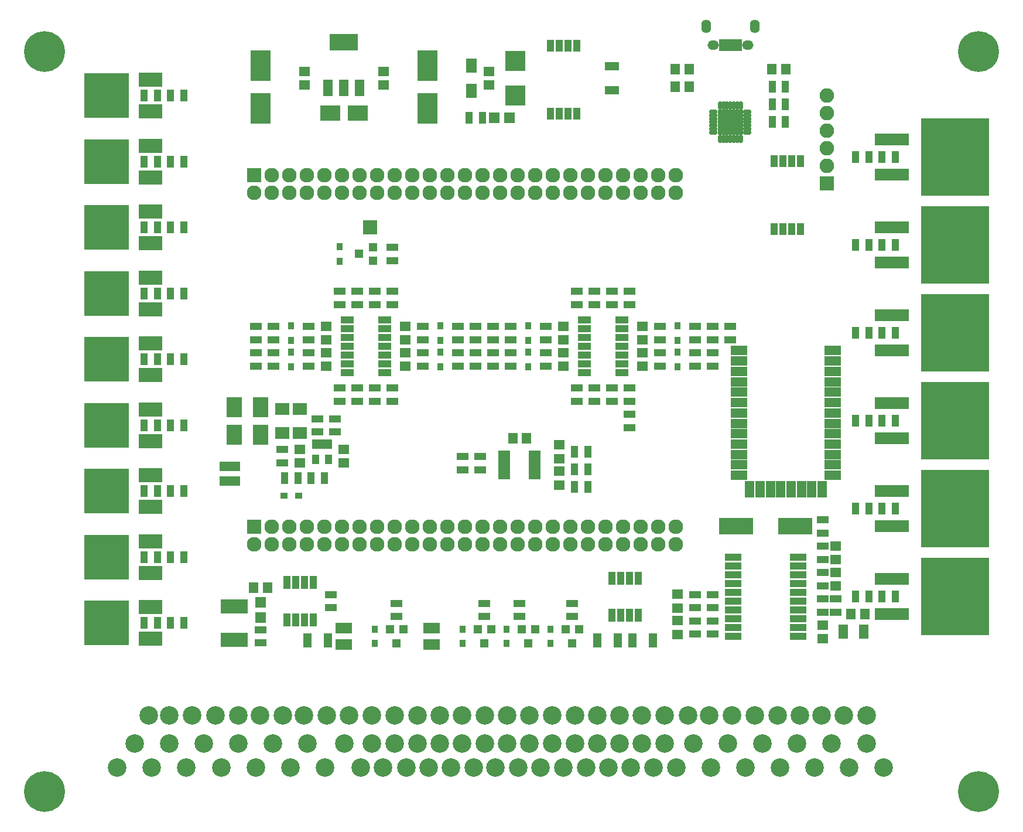
<source format=gbr>
G04 #@! TF.FileFunction,Soldermask,Top*
%FSLAX46Y46*%
G04 Gerber Fmt 4.6, Leading zero omitted, Abs format (unit mm)*
G04 Created by KiCad (PCBNEW 4.0.4-stable) date 05/15/17 18:30:56*
%MOMM*%
%LPD*%
G01*
G04 APERTURE LIST*
%ADD10C,0.100000*%
%ADD11R,3.448000X2.051000*%
%ADD12R,6.496000X6.496000*%
%ADD13C,5.900000*%
%ADD14R,1.400000X1.650000*%
%ADD15R,1.650000X1.400000*%
%ADD16R,2.900000X4.400000*%
%ADD17R,2.900000X2.950000*%
%ADD18R,1.400000X2.000000*%
%ADD19R,0.850000X1.000000*%
%ADD20R,1.600000X1.600000*%
%ADD21R,2.200000X2.900000*%
%ADD22R,2.100000X1.700000*%
%ADD23R,2.900000X2.200000*%
%ADD24R,1.900000X1.000000*%
%ADD25O,0.700000X1.250000*%
%ADD26O,1.250000X0.700000*%
%ADD27R,2.075000X2.075000*%
%ADD28R,1.050000X1.460000*%
%ADD29R,2.400000X1.400000*%
%ADD30R,1.400000X2.400000*%
%ADD31R,2.350000X1.000000*%
%ADD32R,1.000000X1.950000*%
%ADD33R,1.598880X2.000200*%
%ADD34R,1.200000X1.300000*%
%ADD35R,1.300000X1.200000*%
%ADD36R,1.700000X1.100000*%
%ADD37R,1.100000X1.700000*%
%ADD38R,1.300000X2.100000*%
%ADD39R,2.100000X1.300000*%
%ADD40R,4.057600X2.432000*%
%ADD41R,1.416000X2.432000*%
%ADD42R,0.800000X1.750000*%
%ADD43O,1.650000X1.350000*%
%ADD44O,1.400000X1.950000*%
%ADD45R,2.127200X2.127200*%
%ADD46O,2.127200X2.127200*%
%ADD47C,2.686000*%
%ADD48R,4.900000X2.400000*%
%ADD49R,2.429460X1.540460*%
%ADD50R,1.090000X1.750000*%
%ADD51R,3.900000X2.000000*%
%ADD52R,1.800000X0.700000*%
%ADD53R,2.100000X2.100000*%
%ADD54R,9.800000X11.200000*%
%ADD55R,5.000000X1.790000*%
%ADD56C,1.206000*%
%ADD57O,2.100000X2.100000*%
%ADD58R,1.000000X0.850000*%
G04 APERTURE END LIST*
D10*
D11*
X20320000Y-70866000D03*
D12*
X13970000Y-68580000D03*
D11*
X20320000Y-66294000D03*
D13*
X140000000Y-112000000D03*
X5000000Y-112000000D03*
X140000000Y-5000000D03*
X5000000Y-5000000D03*
D14*
X112125000Y-7620000D03*
X110125000Y-7620000D03*
D15*
X45720000Y-46720000D03*
X45720000Y-44720000D03*
X80010000Y-46720000D03*
X80010000Y-44720000D03*
D14*
X98155000Y-7620000D03*
X96155000Y-7620000D03*
X35195000Y-82550000D03*
X37195000Y-82550000D03*
X98155000Y-10160000D03*
X96155000Y-10160000D03*
D16*
X36195000Y-13210000D03*
X36195000Y-7110000D03*
D15*
X42545000Y-9890000D03*
X42545000Y-7890000D03*
X53975000Y-9890000D03*
X53975000Y-7890000D03*
X45720000Y-48530000D03*
X45720000Y-50530000D03*
X80010000Y-48530000D03*
X80010000Y-50530000D03*
D16*
X60325000Y-13210000D03*
X60325000Y-7110000D03*
D15*
X69215000Y-7890000D03*
X69215000Y-9890000D03*
D17*
X73025000Y-6365000D03*
X73025000Y-11415000D03*
D15*
X57150000Y-48530000D03*
X57150000Y-50530000D03*
X91440000Y-48530000D03*
X91440000Y-50530000D03*
X57150000Y-46720000D03*
X57150000Y-44720000D03*
X91440000Y-46720000D03*
X91440000Y-44720000D03*
D18*
X120420000Y-88900000D03*
X123420000Y-88900000D03*
D15*
X117475000Y-89900000D03*
X117475000Y-87900000D03*
D14*
X121555000Y-86360000D03*
X123555000Y-86360000D03*
D15*
X119380000Y-78470000D03*
X119380000Y-76470000D03*
X119380000Y-82280000D03*
X119380000Y-80280000D03*
X96520000Y-87265000D03*
X96520000Y-89265000D03*
X96520000Y-85455000D03*
X96520000Y-83455000D03*
D19*
X40640000Y-46770000D03*
X40640000Y-44670000D03*
X74930000Y-46770000D03*
X74930000Y-44670000D03*
D20*
X36195000Y-86825000D03*
X36195000Y-84625000D03*
D21*
X36195000Y-60420000D03*
X36195000Y-56420000D03*
D22*
X39370000Y-60170000D03*
X39370000Y-56670000D03*
D21*
X32385000Y-56420000D03*
X32385000Y-60420000D03*
D22*
X41910000Y-56670000D03*
X41910000Y-60170000D03*
D23*
X46260000Y-13970000D03*
X50260000Y-13970000D03*
D19*
X40640000Y-48480000D03*
X40640000Y-50580000D03*
X74930000Y-48480000D03*
X74930000Y-50580000D03*
D20*
X70020000Y-14605000D03*
X72220000Y-14605000D03*
D19*
X62230000Y-48480000D03*
X62230000Y-50580000D03*
X96520000Y-48480000D03*
X96520000Y-50580000D03*
X52705000Y-88485000D03*
X52705000Y-90585000D03*
X78105000Y-88485000D03*
X78105000Y-90585000D03*
X47625000Y-35340000D03*
X47625000Y-33240000D03*
X62230000Y-46770000D03*
X62230000Y-44670000D03*
X96520000Y-46770000D03*
X96520000Y-44670000D03*
X65405000Y-88485000D03*
X65405000Y-90585000D03*
D24*
X48735000Y-43815000D03*
X48735000Y-45085000D03*
X48735000Y-46355000D03*
X48735000Y-47625000D03*
X48735000Y-48895000D03*
X48735000Y-50165000D03*
X48735000Y-51435000D03*
X54135000Y-51435000D03*
X54135000Y-50165000D03*
X54135000Y-48895000D03*
X54135000Y-47625000D03*
X54135000Y-46355000D03*
X54135000Y-45085000D03*
X54135000Y-43815000D03*
D25*
X105640000Y-12790000D03*
X105140000Y-12790000D03*
X104640000Y-12790000D03*
X104140000Y-12790000D03*
X103640000Y-12790000D03*
X103140000Y-12790000D03*
X102640000Y-12790000D03*
D26*
X101690000Y-13740000D03*
X101690000Y-14240000D03*
X101690000Y-14740000D03*
X101690000Y-15240000D03*
X101690000Y-15740000D03*
X101690000Y-16240000D03*
X101690000Y-16740000D03*
D25*
X102640000Y-17690000D03*
X103140000Y-17690000D03*
X103640000Y-17690000D03*
X104140000Y-17690000D03*
X104640000Y-17690000D03*
X105140000Y-17690000D03*
X105640000Y-17690000D03*
D26*
X106590000Y-16740000D03*
X106590000Y-16240000D03*
X106590000Y-15740000D03*
X106590000Y-15240000D03*
X106590000Y-14740000D03*
X106590000Y-14240000D03*
X106590000Y-13740000D03*
D27*
X103302500Y-16077500D03*
X104977500Y-16077500D03*
X103302500Y-14402500D03*
X104977500Y-14402500D03*
D28*
X32700000Y-64940000D03*
X31750000Y-64940000D03*
X30800000Y-64940000D03*
X30800000Y-67140000D03*
X32700000Y-67140000D03*
X31750000Y-67140000D03*
D29*
X105410000Y-48260000D03*
X105410000Y-49760000D03*
X105410000Y-51260000D03*
X105410000Y-52760000D03*
X105410000Y-54260000D03*
X105410000Y-55760000D03*
X105410000Y-57260000D03*
X105410000Y-58760000D03*
X105410000Y-60260000D03*
X105410000Y-61760000D03*
X105410000Y-63260000D03*
X105410000Y-64760000D03*
X105410000Y-66260000D03*
D30*
X106910000Y-68260000D03*
X108410000Y-68260000D03*
X109910000Y-68260000D03*
X111410000Y-68260000D03*
X112910000Y-68260000D03*
X114410000Y-68260000D03*
X115910000Y-68260000D03*
X117410000Y-68260000D03*
D29*
X118910000Y-66260000D03*
X118910000Y-64760000D03*
X118910000Y-63260000D03*
X118910000Y-61760000D03*
X118910000Y-60260000D03*
X118910000Y-58760000D03*
X118910000Y-57260000D03*
X118910000Y-55760000D03*
X118910000Y-54260000D03*
X118910000Y-52760000D03*
X118910000Y-51260000D03*
X118910000Y-49760000D03*
X118910000Y-48260000D03*
D24*
X83025000Y-43815000D03*
X83025000Y-45085000D03*
X83025000Y-46355000D03*
X83025000Y-47625000D03*
X83025000Y-48895000D03*
X83025000Y-50165000D03*
X83025000Y-51435000D03*
X88425000Y-51435000D03*
X88425000Y-50165000D03*
X88425000Y-48895000D03*
X88425000Y-47625000D03*
X88425000Y-46355000D03*
X88425000Y-45085000D03*
X88425000Y-43815000D03*
D31*
X113920000Y-89535000D03*
X113920000Y-88265000D03*
X113920000Y-86995000D03*
X113920000Y-85725000D03*
X113920000Y-84455000D03*
X113920000Y-83185000D03*
X113920000Y-81915000D03*
X113920000Y-80645000D03*
X113920000Y-79375000D03*
X113920000Y-78105000D03*
X104520000Y-78105000D03*
X104520000Y-79375000D03*
X104520000Y-80645000D03*
X104520000Y-81915000D03*
X104520000Y-83185000D03*
X104520000Y-84455000D03*
X104520000Y-85725000D03*
X104520000Y-86995000D03*
X104520000Y-88265000D03*
X104520000Y-89535000D03*
D32*
X43815000Y-81755000D03*
X42545000Y-81755000D03*
X41275000Y-81755000D03*
X40005000Y-81755000D03*
X40005000Y-87155000D03*
X41275000Y-87155000D03*
X42545000Y-87155000D03*
X43815000Y-87155000D03*
X90805000Y-81120000D03*
X89535000Y-81120000D03*
X88265000Y-81120000D03*
X86995000Y-81120000D03*
X86995000Y-86520000D03*
X88265000Y-86520000D03*
X89535000Y-86520000D03*
X90805000Y-86520000D03*
D33*
X66675000Y-10690860D03*
X66675000Y-7089140D03*
D11*
X20320000Y-61341000D03*
D12*
X13970000Y-59055000D03*
D11*
X20320000Y-56769000D03*
X20320000Y-51816000D03*
D12*
X13970000Y-49530000D03*
D11*
X20320000Y-47244000D03*
X20320000Y-42291000D03*
D12*
X13970000Y-40005000D03*
D11*
X20320000Y-37719000D03*
X20320000Y-32766000D03*
D12*
X13970000Y-30480000D03*
D11*
X20320000Y-28194000D03*
X20320000Y-23241000D03*
D12*
X13970000Y-20955000D03*
D11*
X20320000Y-18669000D03*
X20320000Y-13716000D03*
D12*
X13970000Y-11430000D03*
D11*
X20320000Y-9144000D03*
X20320000Y-80391000D03*
D12*
X13970000Y-78105000D03*
D11*
X20320000Y-75819000D03*
D34*
X56830000Y-88535000D03*
X54930000Y-88535000D03*
X55880000Y-90535000D03*
X82230000Y-88535000D03*
X80330000Y-88535000D03*
X81280000Y-90535000D03*
D35*
X52435000Y-35240000D03*
X52435000Y-33340000D03*
X50435000Y-34290000D03*
D34*
X69530000Y-88535000D03*
X67630000Y-88535000D03*
X68580000Y-90535000D03*
D36*
X35560000Y-46670000D03*
X35560000Y-44770000D03*
X69850000Y-46670000D03*
X69850000Y-44770000D03*
D37*
X25080000Y-59055000D03*
X23180000Y-59055000D03*
D36*
X38100000Y-44770000D03*
X38100000Y-46670000D03*
X72390000Y-44770000D03*
X72390000Y-46670000D03*
D37*
X112075000Y-10160000D03*
X110175000Y-10160000D03*
D36*
X36195000Y-90485000D03*
X36195000Y-88585000D03*
X43180000Y-44770000D03*
X43180000Y-46670000D03*
X77470000Y-44770000D03*
X77470000Y-46670000D03*
D37*
X25080000Y-49530000D03*
X23180000Y-49530000D03*
X25080000Y-40005000D03*
X23180000Y-40005000D03*
D36*
X50165000Y-41590000D03*
X50165000Y-39690000D03*
X84455000Y-41590000D03*
X84455000Y-39690000D03*
D37*
X25080000Y-30480000D03*
X23180000Y-30480000D03*
D36*
X47625000Y-39690000D03*
X47625000Y-41590000D03*
X81915000Y-39690000D03*
X81915000Y-41590000D03*
X35560000Y-48580000D03*
X35560000Y-50480000D03*
X69850000Y-48580000D03*
X69850000Y-50480000D03*
D37*
X25080000Y-20955000D03*
X23180000Y-20955000D03*
D36*
X38100000Y-50480000D03*
X38100000Y-48580000D03*
X72390000Y-50480000D03*
X72390000Y-48580000D03*
X43180000Y-50480000D03*
X43180000Y-48580000D03*
X77470000Y-50480000D03*
X77470000Y-48580000D03*
D37*
X25080000Y-11430000D03*
X23180000Y-11430000D03*
X110175000Y-12700000D03*
X112075000Y-12700000D03*
X112075000Y-15240000D03*
X110175000Y-15240000D03*
X68260000Y-14605000D03*
X66360000Y-14605000D03*
X122240000Y-83820000D03*
X124140000Y-83820000D03*
X126050000Y-83820000D03*
X127950000Y-83820000D03*
X25080000Y-78105000D03*
X23180000Y-78105000D03*
D36*
X50165000Y-53660000D03*
X50165000Y-55560000D03*
X84455000Y-53660000D03*
X84455000Y-55560000D03*
X47625000Y-55560000D03*
X47625000Y-53660000D03*
X81915000Y-55560000D03*
X81915000Y-53660000D03*
D37*
X122240000Y-71120000D03*
X124140000Y-71120000D03*
X126050000Y-71120000D03*
X127950000Y-71120000D03*
X25080000Y-68580000D03*
X23180000Y-68580000D03*
D36*
X67310000Y-48580000D03*
X67310000Y-50480000D03*
X101600000Y-48580000D03*
X101600000Y-50480000D03*
X64770000Y-50480000D03*
X64770000Y-48580000D03*
X99060000Y-50480000D03*
X99060000Y-48580000D03*
D37*
X122240000Y-58420000D03*
X124140000Y-58420000D03*
X126050000Y-58420000D03*
X127950000Y-58420000D03*
D36*
X59690000Y-50480000D03*
X59690000Y-48580000D03*
X93980000Y-50480000D03*
X93980000Y-48580000D03*
X55880000Y-86675000D03*
X55880000Y-84775000D03*
D37*
X122240000Y-45720000D03*
X124140000Y-45720000D03*
X126050000Y-45720000D03*
X127950000Y-45720000D03*
D36*
X81280000Y-86675000D03*
X81280000Y-84775000D03*
D37*
X122240000Y-33020000D03*
X124140000Y-33020000D03*
X126050000Y-33020000D03*
X127950000Y-33020000D03*
D36*
X52705000Y-53660000D03*
X52705000Y-55560000D03*
X86995000Y-53660000D03*
X86995000Y-55560000D03*
X55245000Y-35240000D03*
X55245000Y-33340000D03*
D37*
X122240000Y-20320000D03*
X124140000Y-20320000D03*
X126050000Y-20320000D03*
X127950000Y-20320000D03*
D36*
X55245000Y-55560000D03*
X55245000Y-53660000D03*
X89535000Y-55560000D03*
X89535000Y-53660000D03*
X67310000Y-46670000D03*
X67310000Y-44770000D03*
X104140000Y-44770000D03*
X104140000Y-46670000D03*
X101600000Y-46670000D03*
X101600000Y-44770000D03*
X64770000Y-44770000D03*
X64770000Y-46670000D03*
X99060000Y-44770000D03*
X99060000Y-46670000D03*
X59690000Y-44770000D03*
X59690000Y-46670000D03*
X93980000Y-44770000D03*
X93980000Y-46670000D03*
X117475000Y-80330000D03*
X117475000Y-82230000D03*
X119380000Y-84140000D03*
X119380000Y-86040000D03*
X52705000Y-41590000D03*
X52705000Y-39690000D03*
X86995000Y-41590000D03*
X86995000Y-39690000D03*
X117475000Y-86040000D03*
X117475000Y-84140000D03*
X117475000Y-76520000D03*
X117475000Y-78420000D03*
X55245000Y-39690000D03*
X55245000Y-41590000D03*
X89535000Y-39690000D03*
X89535000Y-41590000D03*
X117475000Y-74610000D03*
X117475000Y-72710000D03*
X101600000Y-87315000D03*
X101600000Y-89215000D03*
X101600000Y-83505000D03*
X101600000Y-85405000D03*
X46355000Y-83505000D03*
X46355000Y-85405000D03*
X99060000Y-87315000D03*
X99060000Y-89215000D03*
X99060000Y-85405000D03*
X99060000Y-83505000D03*
D38*
X45900000Y-90170000D03*
X43000000Y-90170000D03*
D36*
X68580000Y-86675000D03*
X68580000Y-84775000D03*
D38*
X89990000Y-90170000D03*
X92890000Y-90170000D03*
D39*
X86995000Y-7190000D03*
X86995000Y-10590000D03*
D40*
X48260000Y-3683000D03*
D41*
X48260000Y-10287000D03*
X50546000Y-10287000D03*
X45974000Y-10287000D03*
D42*
X105440900Y-4102540D03*
X104790900Y-4102540D03*
X104140900Y-4102540D03*
X103490900Y-4102540D03*
X102840900Y-4102540D03*
D43*
X106640900Y-4102540D03*
X101640900Y-4102540D03*
D44*
X107640900Y-1402540D03*
X100640900Y-1402540D03*
D45*
X35290000Y-73710000D03*
D46*
X35290000Y-76250000D03*
X37830000Y-73710000D03*
X37830000Y-76250000D03*
X40370000Y-73710000D03*
X40370000Y-76250000D03*
X42910000Y-73710000D03*
X42910000Y-76250000D03*
X45450000Y-73710000D03*
X45450000Y-76250000D03*
X47990000Y-73710000D03*
X47990000Y-76250000D03*
X50530000Y-73710000D03*
X50530000Y-76250000D03*
X53070000Y-73710000D03*
X53070000Y-76250000D03*
X55610000Y-73710000D03*
X55610000Y-76250000D03*
X58150000Y-73710000D03*
X58150000Y-76250000D03*
X60690000Y-73710000D03*
X60690000Y-76250000D03*
X63230000Y-73710000D03*
X63230000Y-76250000D03*
X65770000Y-73710000D03*
X65770000Y-76250000D03*
X68310000Y-73710000D03*
X68310000Y-76250000D03*
X70850000Y-73710000D03*
X70850000Y-76250000D03*
X73390000Y-73710000D03*
X73390000Y-76250000D03*
X75930000Y-73710000D03*
X75930000Y-76250000D03*
X78470000Y-73710000D03*
X78470000Y-76250000D03*
X81010000Y-73710000D03*
X81010000Y-76250000D03*
X83550000Y-73710000D03*
X83550000Y-76250000D03*
X86090000Y-73710000D03*
X86090000Y-76250000D03*
X88630000Y-73710000D03*
X88630000Y-76250000D03*
X91170000Y-73710000D03*
X91170000Y-76250000D03*
X93710000Y-73710000D03*
X93710000Y-76250000D03*
X96250000Y-73710000D03*
X96250000Y-76250000D03*
D45*
X35290000Y-22910000D03*
D46*
X35290000Y-25450000D03*
X37830000Y-22910000D03*
X37830000Y-25450000D03*
X40370000Y-22910000D03*
X40370000Y-25450000D03*
X42910000Y-22910000D03*
X42910000Y-25450000D03*
X45450000Y-22910000D03*
X45450000Y-25450000D03*
X47990000Y-22910000D03*
X47990000Y-25450000D03*
X50530000Y-22910000D03*
X50530000Y-25450000D03*
X53070000Y-22910000D03*
X53070000Y-25450000D03*
X55610000Y-22910000D03*
X55610000Y-25450000D03*
X58150000Y-22910000D03*
X58150000Y-25450000D03*
X60690000Y-22910000D03*
X60690000Y-25450000D03*
X63230000Y-22910000D03*
X63230000Y-25450000D03*
X65770000Y-22910000D03*
X65770000Y-25450000D03*
X68310000Y-22910000D03*
X68310000Y-25450000D03*
X70850000Y-22910000D03*
X70850000Y-25450000D03*
X73390000Y-22910000D03*
X73390000Y-25450000D03*
X75930000Y-22910000D03*
X75930000Y-25450000D03*
X78470000Y-22910000D03*
X78470000Y-25450000D03*
X81010000Y-22910000D03*
X81010000Y-25450000D03*
X83550000Y-22910000D03*
X83550000Y-25450000D03*
X86090000Y-22910000D03*
X86090000Y-25450000D03*
X88630000Y-22910000D03*
X88630000Y-25450000D03*
X91170000Y-22910000D03*
X91170000Y-25450000D03*
X93710000Y-22910000D03*
X93710000Y-25450000D03*
X96250000Y-22910000D03*
X96250000Y-25450000D03*
D47*
X126292000Y-108500000D03*
X121292000Y-108500000D03*
X116292000Y-108500000D03*
X111292000Y-108500000D03*
X106292000Y-108500000D03*
X101292000Y-108500000D03*
X96292000Y-108500000D03*
X92992000Y-108500000D03*
X89692000Y-108500000D03*
X86492000Y-108500000D03*
X83292000Y-108500000D03*
X79992000Y-108500000D03*
X76692000Y-108500000D03*
X73492000Y-108500000D03*
X70192000Y-108500000D03*
X66992000Y-108500000D03*
X63692000Y-108500000D03*
X60492000Y-108500000D03*
X57292000Y-108500000D03*
X53892000Y-108500000D03*
X50692000Y-108500000D03*
X45492000Y-108500000D03*
X40492000Y-108500000D03*
X35492000Y-108500000D03*
X30492000Y-108500000D03*
X25492000Y-108500000D03*
X20492000Y-108500000D03*
X15492000Y-108500000D03*
X123792000Y-105000000D03*
X118792000Y-105000000D03*
X113792000Y-105000000D03*
X108792000Y-105000000D03*
X103792000Y-105000000D03*
X98792000Y-105000000D03*
X94642000Y-105000000D03*
X91342000Y-105000000D03*
X88092000Y-105000000D03*
X84892000Y-105000000D03*
X81642000Y-105000000D03*
X78342000Y-105000000D03*
X75092000Y-105000000D03*
X71842000Y-105000000D03*
X68592000Y-105000000D03*
X65342000Y-105000000D03*
X62092000Y-105000000D03*
X58892000Y-105000000D03*
X55592000Y-105000000D03*
X52292000Y-105000000D03*
X48292000Y-105000000D03*
X42992000Y-105000000D03*
X37992000Y-105000000D03*
X32992000Y-105000000D03*
X27992000Y-105000000D03*
X22992000Y-105000000D03*
X17992000Y-105000000D03*
X123792000Y-101000000D03*
X120492000Y-101000000D03*
X117292000Y-101000000D03*
X114192000Y-101000000D03*
X110992000Y-101000000D03*
X107692000Y-101000000D03*
X104392000Y-101000000D03*
X101092000Y-101000000D03*
X97992000Y-101000000D03*
X94642000Y-101000000D03*
X91342000Y-101000000D03*
X88092000Y-101000000D03*
X84892000Y-101000000D03*
X81642000Y-101000000D03*
X78342000Y-101000000D03*
X75092000Y-101000000D03*
X71842000Y-101000000D03*
X68592000Y-101000000D03*
X65342000Y-101000000D03*
X62092000Y-101000000D03*
X58892000Y-101000000D03*
X55592000Y-101000000D03*
X52292000Y-101000000D03*
X48992000Y-101000000D03*
X45792000Y-101000000D03*
X42492000Y-101000000D03*
X39392000Y-101000000D03*
X36092000Y-101000000D03*
X32992000Y-101000000D03*
X29692000Y-101000000D03*
X26292000Y-101000000D03*
X22992000Y-101000000D03*
X19992000Y-101000000D03*
D48*
X113470000Y-73660000D03*
X104970000Y-73660000D03*
D49*
X60960000Y-88331040D03*
X60960000Y-90738960D03*
X48260000Y-88331040D03*
X48260000Y-90738960D03*
D50*
X78105000Y-14021000D03*
X79375000Y-14021000D03*
X80645000Y-14021000D03*
X81915000Y-14021000D03*
X81915000Y-4191000D03*
X80645000Y-4191000D03*
X79375000Y-4191000D03*
X78105000Y-4191000D03*
D51*
X32385000Y-90068400D03*
X32385000Y-85191600D03*
D37*
X19370000Y-59055000D03*
X21270000Y-59055000D03*
X19370000Y-49530000D03*
X21270000Y-49530000D03*
X19370000Y-40005000D03*
X21270000Y-40005000D03*
X19370000Y-30480000D03*
X21270000Y-30480000D03*
X19370000Y-20955000D03*
X21270000Y-20955000D03*
X19370000Y-11430000D03*
X21270000Y-11430000D03*
D15*
X79375000Y-65675000D03*
X79375000Y-67675000D03*
D14*
X74660000Y-60960000D03*
X72660000Y-60960000D03*
D15*
X79375000Y-61865000D03*
X79375000Y-63865000D03*
D19*
X71755000Y-88485000D03*
X71755000Y-90585000D03*
D52*
X71460000Y-63020000D03*
X71460000Y-63520000D03*
X71460000Y-64020000D03*
X71460000Y-64520000D03*
X71460000Y-65020000D03*
X75860000Y-65020000D03*
X75860000Y-64520000D03*
X75860000Y-64020000D03*
X75860000Y-63520000D03*
X75860000Y-63020000D03*
X71460000Y-65520000D03*
X71460000Y-66020000D03*
X71460000Y-66520000D03*
X75860000Y-65520000D03*
X75860000Y-66020000D03*
X75860000Y-66520000D03*
D53*
X52070000Y-30480000D03*
D11*
X20320000Y-89916000D03*
D12*
X13970000Y-87630000D03*
D11*
X20320000Y-85344000D03*
D34*
X75880000Y-88535000D03*
X73980000Y-88535000D03*
X74930000Y-90535000D03*
D36*
X65405000Y-65466000D03*
X65405000Y-63566000D03*
D37*
X81600000Y-65405000D03*
X83500000Y-65405000D03*
X81600000Y-67945000D03*
X83500000Y-67945000D03*
X19370000Y-87630000D03*
X21270000Y-87630000D03*
X25080000Y-87630000D03*
X23180000Y-87630000D03*
X81600000Y-62865000D03*
X83500000Y-62865000D03*
D36*
X89535000Y-57470000D03*
X89535000Y-59370000D03*
D38*
X87810000Y-90170000D03*
X84910000Y-90170000D03*
D36*
X73660000Y-86675000D03*
X73660000Y-84775000D03*
X67945000Y-65466000D03*
X67945000Y-63566000D03*
D54*
X136660000Y-20320000D03*
D55*
X127500000Y-22860000D03*
X127500000Y-17780000D03*
D56*
X136580000Y-20320000D03*
X139580000Y-20320000D03*
X133580000Y-20320000D03*
X133580000Y-17820000D03*
X136580000Y-17820000D03*
X139580000Y-17820000D03*
X133580000Y-22820000D03*
X136580000Y-22820000D03*
X139580000Y-22820000D03*
D54*
X136660000Y-33020000D03*
D55*
X127500000Y-35560000D03*
X127500000Y-30480000D03*
D56*
X136580000Y-33020000D03*
X139580000Y-33020000D03*
X133580000Y-33020000D03*
X133580000Y-30520000D03*
X136580000Y-30520000D03*
X139580000Y-30520000D03*
X133580000Y-35520000D03*
X136580000Y-35520000D03*
X139580000Y-35520000D03*
D54*
X136660000Y-45720000D03*
D55*
X127500000Y-48260000D03*
X127500000Y-43180000D03*
D56*
X136580000Y-45720000D03*
X139580000Y-45720000D03*
X133580000Y-45720000D03*
X133580000Y-43220000D03*
X136580000Y-43220000D03*
X139580000Y-43220000D03*
X133580000Y-48220000D03*
X136580000Y-48220000D03*
X139580000Y-48220000D03*
D54*
X136660000Y-58420000D03*
D55*
X127500000Y-60960000D03*
X127500000Y-55880000D03*
D56*
X136580000Y-58420000D03*
X139580000Y-58420000D03*
X133580000Y-58420000D03*
X133580000Y-55920000D03*
X136580000Y-55920000D03*
X139580000Y-55920000D03*
X133580000Y-60920000D03*
X136580000Y-60920000D03*
X139580000Y-60920000D03*
D54*
X136660000Y-71120000D03*
D55*
X127500000Y-73660000D03*
X127500000Y-68580000D03*
D56*
X136580000Y-71120000D03*
X139580000Y-71120000D03*
X133580000Y-71120000D03*
X133580000Y-68620000D03*
X136580000Y-68620000D03*
X139580000Y-68620000D03*
X133580000Y-73620000D03*
X136580000Y-73620000D03*
X139580000Y-73620000D03*
D54*
X136660000Y-83820000D03*
D55*
X127500000Y-86360000D03*
X127500000Y-81280000D03*
D56*
X136580000Y-83820000D03*
X139580000Y-83820000D03*
X133580000Y-83820000D03*
X133580000Y-81320000D03*
X136580000Y-81320000D03*
X139580000Y-81320000D03*
X133580000Y-86320000D03*
X136580000Y-86320000D03*
X139580000Y-86320000D03*
D37*
X19370000Y-78105000D03*
X21270000Y-78105000D03*
X19370000Y-68580000D03*
X21270000Y-68580000D03*
D53*
X118110000Y-24130000D03*
D57*
X118110000Y-21590000D03*
X118110000Y-19050000D03*
X118110000Y-16510000D03*
X118110000Y-13970000D03*
X118110000Y-11430000D03*
D50*
X114300000Y-20904000D03*
X113030000Y-20904000D03*
X111760000Y-20904000D03*
X110490000Y-20904000D03*
X110490000Y-30734000D03*
X111760000Y-30734000D03*
X113030000Y-30734000D03*
X114300000Y-30734000D03*
D15*
X41910000Y-62500000D03*
X41910000Y-64500000D03*
X48260000Y-64500000D03*
X48260000Y-62500000D03*
D58*
X39590000Y-69215000D03*
X41690000Y-69215000D03*
D28*
X46035000Y-61765000D03*
X45085000Y-61765000D03*
X44135000Y-61765000D03*
X44135000Y-63965000D03*
X46035000Y-63965000D03*
D37*
X43500000Y-66675000D03*
X45400000Y-66675000D03*
X41590000Y-66675000D03*
X39690000Y-66675000D03*
D36*
X39370000Y-64450000D03*
X39370000Y-62550000D03*
X46990000Y-60005000D03*
X46990000Y-58105000D03*
X44450000Y-58105000D03*
X44450000Y-60005000D03*
M02*

</source>
